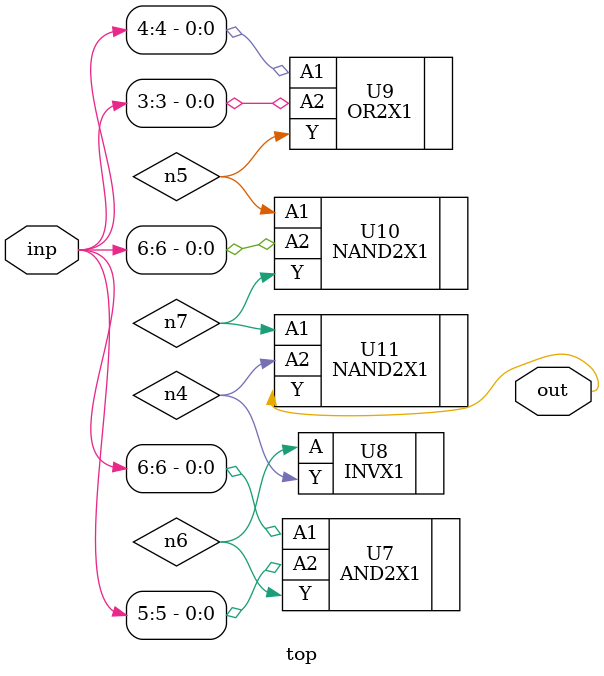
<source format=sv>


module top ( inp, out );
  input [6:0] inp;
  output out;
  wire   n4, n5, n6, n7;

  AND2X1 U7 ( .A1(inp[6]), .A2(inp[5]), .Y(n6) );
  INVX1 U8 ( .A(n6), .Y(n4) );
  OR2X1 U9 ( .A1(inp[4]), .A2(inp[3]), .Y(n5) );
  NAND2X1 U10 ( .A1(n5), .A2(inp[6]), .Y(n7) );
  NAND2X1 U11 ( .A1(n7), .A2(n4), .Y(out) );
endmodule


</source>
